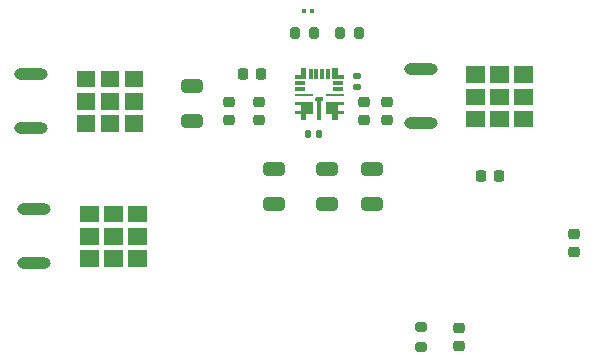
<source format=gtp>
G04 #@! TF.GenerationSoftware,KiCad,Pcbnew,7.0.10*
G04 #@! TF.CreationDate,2024-02-24T17:00:32-05:00*
G04 #@! TF.ProjectId,main_buck_board,6d61696e-5f62-4756-936b-5f626f617264,rev?*
G04 #@! TF.SameCoordinates,Original*
G04 #@! TF.FileFunction,Paste,Top*
G04 #@! TF.FilePolarity,Positive*
%FSLAX46Y46*%
G04 Gerber Fmt 4.6, Leading zero omitted, Abs format (unit mm)*
G04 Created by KiCad (PCBNEW 7.0.10) date 2024-02-24 17:00:32*
%MOMM*%
%LPD*%
G01*
G04 APERTURE LIST*
G04 Aperture macros list*
%AMRoundRect*
0 Rectangle with rounded corners*
0 $1 Rounding radius*
0 $2 $3 $4 $5 $6 $7 $8 $9 X,Y pos of 4 corners*
0 Add a 4 corners polygon primitive as box body*
4,1,4,$2,$3,$4,$5,$6,$7,$8,$9,$2,$3,0*
0 Add four circle primitives for the rounded corners*
1,1,$1+$1,$2,$3*
1,1,$1+$1,$4,$5*
1,1,$1+$1,$6,$7*
1,1,$1+$1,$8,$9*
0 Add four rect primitives between the rounded corners*
20,1,$1+$1,$2,$3,$4,$5,0*
20,1,$1+$1,$4,$5,$6,$7,0*
20,1,$1+$1,$6,$7,$8,$9,0*
20,1,$1+$1,$8,$9,$2,$3,0*%
%AMFreePoly0*
4,1,20,0.758544,0.125006,0.762496,0.125006,0.762496,0.121054,0.763099,0.120451,0.763099,-0.792049,0.744349,-0.810799,0.188099,-0.810799,0.188099,-1.355799,-0.261901,-1.355799,-0.261901,-0.810799,-0.761901,-0.810799,-0.761901,-0.560799,-0.261901,-0.560799,-0.261901,-0.125006,-0.762495,-0.125006,-0.762495,0.125006,-0.761901,0.125006,-0.761901,0.139201,0.744349,0.139201,0.758544,0.125006,
0.758544,0.125006,$1*%
%AMFreePoly1*
4,1,17,0.951036,0.308536,0.952500,0.305000,0.952500,-0.295000,0.951036,-0.298536,0.947500,-0.300000,0.687500,-0.300000,0.683964,-0.298536,0.682500,-0.295000,0.682500,-0.155000,-0.947500,-0.155000,-0.947500,0.155000,0.682500,0.155000,0.682500,0.305000,0.683964,0.308536,0.687500,0.310000,0.947500,0.310000,0.951036,0.308536,0.951036,0.308536,$1*%
%AMFreePoly2*
4,1,20,0.761901,0.125006,0.762496,0.125006,0.762496,-0.125006,0.261901,-0.125006,0.261901,-0.560799,0.761901,-0.560799,0.761901,-0.810799,0.261901,-0.810799,0.261901,-1.355799,-0.188099,-1.355799,-0.188099,-0.810799,-0.744349,-0.810799,-0.763099,-0.792049,-0.763099,0.120451,-0.762495,0.121055,-0.762495,0.125006,-0.758544,0.125006,-0.744349,0.139201,0.761901,0.139201,0.761901,0.125006,
0.761901,0.125006,$1*%
G04 Aperture macros list end*
%ADD10C,0.010000*%
%ADD11RoundRect,0.250000X-0.650000X0.325000X-0.650000X-0.325000X0.650000X-0.325000X0.650000X0.325000X0*%
%ADD12RoundRect,0.225000X-0.225000X-0.250000X0.225000X-0.250000X0.225000X0.250000X-0.225000X0.250000X0*%
%ADD13RoundRect,0.200000X-0.200000X-0.275000X0.200000X-0.275000X0.200000X0.275000X-0.200000X0.275000X0*%
%ADD14RoundRect,0.480000X-0.935000X0.000000X-0.935000X0.000000X0.935000X0.000000X0.935000X0.000000X0*%
%ADD15RoundRect,0.140000X-0.170000X0.140000X-0.170000X-0.140000X0.170000X-0.140000X0.170000X0.140000X0*%
%ADD16RoundRect,0.200000X-0.275000X0.200000X-0.275000X-0.200000X0.275000X-0.200000X0.275000X0.200000X0*%
%ADD17RoundRect,0.225000X-0.250000X0.225000X-0.250000X-0.225000X0.250000X-0.225000X0.250000X0.225000X0*%
%ADD18RoundRect,0.225000X0.250000X-0.225000X0.250000X0.225000X-0.250000X0.225000X-0.250000X-0.225000X0*%
%ADD19RoundRect,0.225000X0.225000X0.250000X-0.225000X0.250000X-0.225000X-0.250000X0.225000X-0.250000X0*%
%ADD20RoundRect,0.079500X-0.079500X-0.100500X0.079500X-0.100500X0.079500X0.100500X-0.079500X0.100500X0*%
%ADD21R,0.875005X0.299999*%
%ADD22R,1.524991X0.250012*%
%ADD23FreePoly0,0.000000*%
%ADD24FreePoly1,90.000000*%
%ADD25FreePoly2,0.000000*%
%ADD26R,0.449999X0.872502*%
%ADD27R,0.949998X0.347500*%
%ADD28R,0.299999X0.875005*%
%ADD29R,0.956250X0.354998*%
%ADD30R,0.461250X0.881250*%
%ADD31RoundRect,0.140000X-0.140000X-0.170000X0.140000X-0.170000X0.140000X0.170000X-0.140000X0.170000X0*%
G04 APERTURE END LIST*
D10*
X167860000Y-102280000D02*
X166400000Y-102280000D01*
X166400000Y-100970000D01*
X167860000Y-100970000D01*
X167860000Y-102280000D01*
G36*
X167860000Y-102280000D02*
G01*
X166400000Y-102280000D01*
X166400000Y-100970000D01*
X167860000Y-100970000D01*
X167860000Y-102280000D01*
G37*
X165830000Y-102280000D02*
X164370000Y-102280000D01*
X164370000Y-100970000D01*
X165830000Y-100970000D01*
X165830000Y-102280000D01*
G36*
X165830000Y-102280000D02*
G01*
X164370000Y-102280000D01*
X164370000Y-100970000D01*
X165830000Y-100970000D01*
X165830000Y-102280000D01*
G37*
X163800000Y-102280000D02*
X162340000Y-102280000D01*
X162340000Y-100970000D01*
X163800000Y-100970000D01*
X163800000Y-102280000D01*
G36*
X163800000Y-102280000D02*
G01*
X162340000Y-102280000D01*
X162340000Y-100970000D01*
X163800000Y-100970000D01*
X163800000Y-102280000D01*
G37*
X167860000Y-104160000D02*
X166400000Y-104160000D01*
X166400000Y-102850000D01*
X167860000Y-102850000D01*
X167860000Y-104160000D01*
G36*
X167860000Y-104160000D02*
G01*
X166400000Y-104160000D01*
X166400000Y-102850000D01*
X167860000Y-102850000D01*
X167860000Y-104160000D01*
G37*
X165830000Y-104160000D02*
X164370000Y-104160000D01*
X164370000Y-102850000D01*
X165830000Y-102850000D01*
X165830000Y-104160000D01*
G36*
X165830000Y-104160000D02*
G01*
X164370000Y-104160000D01*
X164370000Y-102850000D01*
X165830000Y-102850000D01*
X165830000Y-104160000D01*
G37*
X163800000Y-104160000D02*
X162340000Y-104160000D01*
X162340000Y-102850000D01*
X163800000Y-102850000D01*
X163800000Y-104160000D01*
G36*
X163800000Y-104160000D02*
G01*
X162340000Y-104160000D01*
X162340000Y-102850000D01*
X163800000Y-102850000D01*
X163800000Y-104160000D01*
G37*
X167860000Y-106040000D02*
X166400000Y-106040000D01*
X166400000Y-104730000D01*
X167860000Y-104730000D01*
X167860000Y-106040000D01*
G36*
X167860000Y-106040000D02*
G01*
X166400000Y-106040000D01*
X166400000Y-104730000D01*
X167860000Y-104730000D01*
X167860000Y-106040000D01*
G37*
X165830000Y-106040000D02*
X164370000Y-106040000D01*
X164370000Y-104730000D01*
X165830000Y-104730000D01*
X165830000Y-106040000D01*
G36*
X165830000Y-106040000D02*
G01*
X164370000Y-106040000D01*
X164370000Y-104730000D01*
X165830000Y-104730000D01*
X165830000Y-106040000D01*
G37*
X163800000Y-106040000D02*
X162340000Y-106040000D01*
X162340000Y-104730000D01*
X163800000Y-104730000D01*
X163800000Y-106040000D01*
G36*
X163800000Y-106040000D02*
G01*
X162340000Y-106040000D01*
X162340000Y-104730000D01*
X163800000Y-104730000D01*
X163800000Y-106040000D01*
G37*
X168160000Y-113710000D02*
X166700000Y-113710000D01*
X166700000Y-112400000D01*
X168160000Y-112400000D01*
X168160000Y-113710000D01*
G36*
X168160000Y-113710000D02*
G01*
X166700000Y-113710000D01*
X166700000Y-112400000D01*
X168160000Y-112400000D01*
X168160000Y-113710000D01*
G37*
X166130000Y-113710000D02*
X164670000Y-113710000D01*
X164670000Y-112400000D01*
X166130000Y-112400000D01*
X166130000Y-113710000D01*
G36*
X166130000Y-113710000D02*
G01*
X164670000Y-113710000D01*
X164670000Y-112400000D01*
X166130000Y-112400000D01*
X166130000Y-113710000D01*
G37*
X164100000Y-113710000D02*
X162640000Y-113710000D01*
X162640000Y-112400000D01*
X164100000Y-112400000D01*
X164100000Y-113710000D01*
G36*
X164100000Y-113710000D02*
G01*
X162640000Y-113710000D01*
X162640000Y-112400000D01*
X164100000Y-112400000D01*
X164100000Y-113710000D01*
G37*
X168160000Y-115590000D02*
X166700000Y-115590000D01*
X166700000Y-114280000D01*
X168160000Y-114280000D01*
X168160000Y-115590000D01*
G36*
X168160000Y-115590000D02*
G01*
X166700000Y-115590000D01*
X166700000Y-114280000D01*
X168160000Y-114280000D01*
X168160000Y-115590000D01*
G37*
X166130000Y-115590000D02*
X164670000Y-115590000D01*
X164670000Y-114280000D01*
X166130000Y-114280000D01*
X166130000Y-115590000D01*
G36*
X166130000Y-115590000D02*
G01*
X164670000Y-115590000D01*
X164670000Y-114280000D01*
X166130000Y-114280000D01*
X166130000Y-115590000D01*
G37*
X164100000Y-115590000D02*
X162640000Y-115590000D01*
X162640000Y-114280000D01*
X164100000Y-114280000D01*
X164100000Y-115590000D01*
G36*
X164100000Y-115590000D02*
G01*
X162640000Y-115590000D01*
X162640000Y-114280000D01*
X164100000Y-114280000D01*
X164100000Y-115590000D01*
G37*
X168160000Y-117470000D02*
X166700000Y-117470000D01*
X166700000Y-116160000D01*
X168160000Y-116160000D01*
X168160000Y-117470000D01*
G36*
X168160000Y-117470000D02*
G01*
X166700000Y-117470000D01*
X166700000Y-116160000D01*
X168160000Y-116160000D01*
X168160000Y-117470000D01*
G37*
X166130000Y-117470000D02*
X164670000Y-117470000D01*
X164670000Y-116160000D01*
X166130000Y-116160000D01*
X166130000Y-117470000D01*
G36*
X166130000Y-117470000D02*
G01*
X164670000Y-117470000D01*
X164670000Y-116160000D01*
X166130000Y-116160000D01*
X166130000Y-117470000D01*
G37*
X164100000Y-117470000D02*
X162640000Y-117470000D01*
X162640000Y-116160000D01*
X164100000Y-116160000D01*
X164100000Y-117470000D01*
G36*
X164100000Y-117470000D02*
G01*
X162640000Y-117470000D01*
X162640000Y-116160000D01*
X164100000Y-116160000D01*
X164100000Y-117470000D01*
G37*
G36*
X181780000Y-101620250D02*
G01*
X181761250Y-101639000D01*
X180830000Y-101639000D01*
X180830000Y-101289000D01*
X181330000Y-101289000D01*
X181330000Y-100764000D01*
X181780000Y-100764000D01*
X181780000Y-101620250D01*
G37*
G36*
X184430000Y-101289000D02*
G01*
X184930000Y-101289000D01*
X184930000Y-101639000D01*
X183998750Y-101639000D01*
X183980000Y-101620250D01*
X183980000Y-100764000D01*
X184430000Y-100764000D01*
X184430000Y-101289000D01*
G37*
G36*
X183180000Y-103464000D02*
G01*
X183048750Y-103464000D01*
X183030000Y-103482750D01*
X183030000Y-105114000D01*
X182730000Y-105114000D01*
X182730000Y-103482750D01*
X182711250Y-103464000D01*
X182580000Y-103464000D01*
X182580000Y-103214000D01*
X183180000Y-103214000D01*
X183180000Y-103464000D01*
G37*
G36*
X182355000Y-103657750D02*
G01*
X182355000Y-104570250D01*
X182336250Y-104589000D01*
X181780000Y-104589000D01*
X181780000Y-105114000D01*
X181330000Y-105114000D01*
X181330000Y-104589000D01*
X180830000Y-104589000D01*
X180830000Y-104339000D01*
X181330000Y-104339000D01*
X181330000Y-103889000D01*
X180830000Y-103889000D01*
X180830000Y-103639000D01*
X182336250Y-103639000D01*
X182355000Y-103657750D01*
G37*
G36*
X184930000Y-103889000D02*
G01*
X184430000Y-103889000D01*
X184430000Y-104339000D01*
X184930000Y-104339000D01*
X184930000Y-104589000D01*
X184430000Y-104589000D01*
X184430000Y-105114000D01*
X183980000Y-105114000D01*
X183980000Y-104589000D01*
X183423750Y-104589000D01*
X183405000Y-104570250D01*
X183405000Y-103657750D01*
X183423750Y-103639000D01*
X184930000Y-103639000D01*
X184930000Y-103889000D01*
G37*
X200850000Y-101899000D02*
X199390000Y-101899000D01*
X199390000Y-100589000D01*
X200850000Y-100589000D01*
X200850000Y-101899000D01*
G36*
X200850000Y-101899000D02*
G01*
X199390000Y-101899000D01*
X199390000Y-100589000D01*
X200850000Y-100589000D01*
X200850000Y-101899000D01*
G37*
X198820000Y-101899000D02*
X197360000Y-101899000D01*
X197360000Y-100589000D01*
X198820000Y-100589000D01*
X198820000Y-101899000D01*
G36*
X198820000Y-101899000D02*
G01*
X197360000Y-101899000D01*
X197360000Y-100589000D01*
X198820000Y-100589000D01*
X198820000Y-101899000D01*
G37*
X196790000Y-101899000D02*
X195330000Y-101899000D01*
X195330000Y-100589000D01*
X196790000Y-100589000D01*
X196790000Y-101899000D01*
G36*
X196790000Y-101899000D02*
G01*
X195330000Y-101899000D01*
X195330000Y-100589000D01*
X196790000Y-100589000D01*
X196790000Y-101899000D01*
G37*
X200850000Y-103779000D02*
X199390000Y-103779000D01*
X199390000Y-102469000D01*
X200850000Y-102469000D01*
X200850000Y-103779000D01*
G36*
X200850000Y-103779000D02*
G01*
X199390000Y-103779000D01*
X199390000Y-102469000D01*
X200850000Y-102469000D01*
X200850000Y-103779000D01*
G37*
X198820000Y-103779000D02*
X197360000Y-103779000D01*
X197360000Y-102469000D01*
X198820000Y-102469000D01*
X198820000Y-103779000D01*
G36*
X198820000Y-103779000D02*
G01*
X197360000Y-103779000D01*
X197360000Y-102469000D01*
X198820000Y-102469000D01*
X198820000Y-103779000D01*
G37*
X196790000Y-103779000D02*
X195330000Y-103779000D01*
X195330000Y-102469000D01*
X196790000Y-102469000D01*
X196790000Y-103779000D01*
G36*
X196790000Y-103779000D02*
G01*
X195330000Y-103779000D01*
X195330000Y-102469000D01*
X196790000Y-102469000D01*
X196790000Y-103779000D01*
G37*
X200850000Y-105659000D02*
X199390000Y-105659000D01*
X199390000Y-104349000D01*
X200850000Y-104349000D01*
X200850000Y-105659000D01*
G36*
X200850000Y-105659000D02*
G01*
X199390000Y-105659000D01*
X199390000Y-104349000D01*
X200850000Y-104349000D01*
X200850000Y-105659000D01*
G37*
X198820000Y-105659000D02*
X197360000Y-105659000D01*
X197360000Y-104349000D01*
X198820000Y-104349000D01*
X198820000Y-105659000D01*
G36*
X198820000Y-105659000D02*
G01*
X197360000Y-105659000D01*
X197360000Y-104349000D01*
X198820000Y-104349000D01*
X198820000Y-105659000D01*
G37*
X196790000Y-105659000D02*
X195330000Y-105659000D01*
X195330000Y-104349000D01*
X196790000Y-104349000D01*
X196790000Y-105659000D01*
G36*
X196790000Y-105659000D02*
G01*
X195330000Y-105659000D01*
X195330000Y-104349000D01*
X196790000Y-104349000D01*
X196790000Y-105659000D01*
G37*
D11*
X183515000Y-109269000D03*
X183515000Y-112219000D03*
D12*
X196570000Y-109855000D03*
X198120000Y-109855000D03*
D13*
X184595000Y-97790000D03*
X186245000Y-97790000D03*
D14*
X158450000Y-101219000D03*
X158450000Y-105791000D03*
D15*
X186055000Y-101374000D03*
X186055000Y-102334000D03*
D11*
X187325000Y-109269000D03*
X187325000Y-112219000D03*
D16*
X191460000Y-122675000D03*
X191460000Y-124325000D03*
D17*
X194665000Y-122725000D03*
X194665000Y-124275000D03*
D18*
X204470000Y-116345000D03*
X204470000Y-114795000D03*
D19*
X177940000Y-101219000D03*
X176390000Y-101219000D03*
D14*
X158750000Y-112649000D03*
X158750000Y-117221000D03*
D20*
X181580000Y-95885000D03*
X182270000Y-95885000D03*
D21*
X181267501Y-101988999D03*
X181267501Y-102489000D03*
D22*
X181592501Y-102988999D03*
D23*
X181592501Y-103764001D03*
D22*
X181592501Y-104464001D03*
D24*
X182885000Y-104166500D03*
D22*
X184167499Y-104464001D03*
D25*
X184170000Y-103779000D03*
D22*
X184167499Y-102988999D03*
D21*
X184492499Y-102489000D03*
X184492499Y-101988999D03*
D26*
X184205000Y-101200251D03*
D27*
X184454999Y-101462752D03*
D28*
X183629999Y-101201503D03*
X183129999Y-101201503D03*
X182629999Y-101201503D03*
X182129999Y-101201503D03*
D29*
X181308127Y-101466501D03*
D30*
X181555627Y-101203375D03*
D17*
X175260000Y-103619000D03*
X175260000Y-105169000D03*
D11*
X172085000Y-102284000D03*
X172085000Y-105234000D03*
X179070000Y-109269000D03*
X179070000Y-112219000D03*
D14*
X191440000Y-100838000D03*
X191440000Y-105410000D03*
D13*
X180785000Y-97790000D03*
X182435000Y-97790000D03*
D31*
X181920000Y-106299000D03*
X182880000Y-106299000D03*
D17*
X188595000Y-103619000D03*
X188595000Y-105169000D03*
X177800000Y-103619000D03*
X177800000Y-105169000D03*
X186690000Y-103619000D03*
X186690000Y-105169000D03*
M02*

</source>
